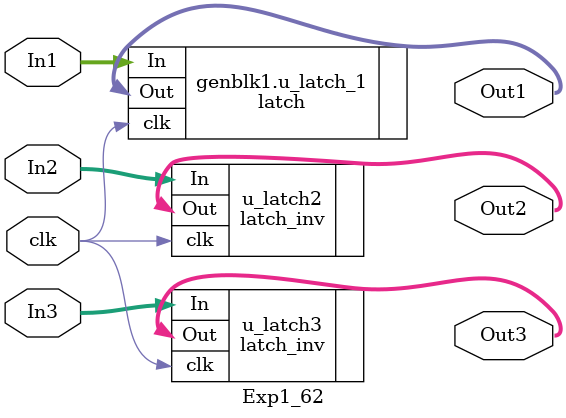
<source format=v>



`timescale 1 ns / 1 ns

module Exp1_62
          (clk,
           In1,
           In2,
           In3,
           Out1,
           Out2,
           Out3);


  input   clk;
  input   [31:0] In1;  // uint32
  input   [31:0] In2;  // uint32
  input   [31:0] In3;  // uint32
  output  [31:0] Out1;  // uint32
  output  [31:0] Out2;  // uint32
  output  [31:0] Out3;  // uint32
reg [31:0] Delay_out1;  // uint32

   parameter I1 =0 ;
 
if (I1 == 0) begin
 latch u_latch_1(.clk(clk),.In(In1),.Out(Out1));
 end
 else begin
 	 latch_inv u_latch1 (.clk(clk),.In(In1),.Out(Out1));
 end 

   latch_inv u_latch2 (.clk(clk),.In(In2),.Out(Out2));
 latch_inv u_latch3 (.clk(clk),.In(In3),.Out(Out3));


   
endmodule  // Exp1_62


</source>
